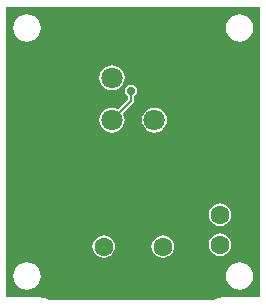
<source format=gbr>
%TF.GenerationSoftware,Altium Limited,Altium Designer,19.1.5 (86)*%
G04 Layer_Physical_Order=2*
G04 Layer_Color=16711680*
%FSLAX44Y44*%
%MOMM*%
%TF.FileFunction,Copper,L2,Bot,Signal*%
%TF.Part,Single*%
G01*
G75*
%TA.AperFunction,Conductor*%
%ADD19C,0.2000*%
%TA.AperFunction,ComponentPad*%
%ADD24R,1.8000X1.8000*%
%ADD25C,1.8000*%
%ADD26R,1.6000X1.6000*%
%ADD27C,1.6000*%
%ADD28R,1.6000X1.6000*%
%TA.AperFunction,ViaPad*%
%ADD29C,0.7000*%
G36*
X107410Y-122410D02*
X88780D01*
X78780Y-122410D01*
X78717Y-122423D01*
X78653Y-122414D01*
X76693Y-122510D01*
X76506Y-122556D01*
X76315D01*
X72469Y-123321D01*
X72233Y-123419D01*
X71983Y-123469D01*
X68361Y-124969D01*
X68315Y-125000D01*
X-71405D01*
X-71451Y-124969D01*
X-75073Y-123469D01*
X-75324Y-123419D01*
X-75559Y-123321D01*
X-79405Y-122556D01*
X-79596D01*
X-79783Y-122510D01*
X-81743Y-122414D01*
X-81807Y-122423D01*
X-81870Y-122410D01*
X-91870D01*
X-107410Y-122410D01*
X-107410Y122410D01*
X107410D01*
X107410Y-122410D01*
D02*
G37*
%LPC*%
G36*
X90000Y116599D02*
X86998Y116204D01*
X84200Y115045D01*
X81798Y113202D01*
X79955Y110800D01*
X78796Y108002D01*
X78401Y105000D01*
X78796Y101998D01*
X79955Y99200D01*
X81798Y96798D01*
X84200Y94955D01*
X86998Y93796D01*
X90000Y93401D01*
X93002Y93796D01*
X95800Y94955D01*
X98202Y96798D01*
X100045Y99200D01*
X101204Y101998D01*
X101599Y105000D01*
X101204Y108002D01*
X100045Y110800D01*
X98202Y113202D01*
X95800Y115045D01*
X93002Y116204D01*
X90000Y116599D01*
D02*
G37*
G36*
X-90000D02*
X-93002Y116204D01*
X-95800Y115045D01*
X-98202Y113202D01*
X-100045Y110800D01*
X-101204Y108002D01*
X-101599Y105000D01*
X-101204Y101998D01*
X-100045Y99200D01*
X-98202Y96798D01*
X-95800Y94955D01*
X-93002Y93796D01*
X-90000Y93401D01*
X-86998Y93796D01*
X-84200Y94955D01*
X-81798Y96798D01*
X-79955Y99200D01*
X-78796Y101998D01*
X-78401Y105000D01*
X-78796Y108002D01*
X-79955Y110800D01*
X-81798Y113202D01*
X-84200Y115045D01*
X-86998Y116204D01*
X-90000Y116599D01*
D02*
G37*
G36*
X-17960Y73551D02*
X-20701Y73190D01*
X-23256Y72132D01*
X-25449Y70449D01*
X-27132Y68256D01*
X-28190Y65701D01*
X-28551Y62960D01*
X-28190Y60219D01*
X-27132Y57665D01*
X-25449Y55472D01*
X-23256Y53789D01*
X-20701Y52731D01*
X-17960Y52370D01*
X-15219Y52731D01*
X-12665Y53789D01*
X-10472Y55472D01*
X-8789Y57665D01*
X-7731Y60219D01*
X-7370Y62960D01*
X-7731Y65701D01*
X-8789Y68256D01*
X-10472Y70449D01*
X-12665Y72132D01*
X-15219Y73190D01*
X-17960Y73551D01*
D02*
G37*
G36*
X-1915Y57098D02*
X-3866Y56710D01*
X-5520Y55605D01*
X-6625Y53951D01*
X-7013Y52000D01*
X-6625Y50049D01*
X-5520Y48395D01*
X-4464Y47690D01*
Y44141D01*
X-12511Y36093D01*
X-12665Y36211D01*
X-15219Y37269D01*
X-17960Y37630D01*
X-20701Y37269D01*
X-23256Y36211D01*
X-25449Y34528D01*
X-27132Y32335D01*
X-28190Y29781D01*
X-28551Y27040D01*
X-28190Y24299D01*
X-27132Y21744D01*
X-25449Y19551D01*
X-23256Y17868D01*
X-20701Y16810D01*
X-17960Y16449D01*
X-15219Y16810D01*
X-12665Y17868D01*
X-10472Y19551D01*
X-8789Y21744D01*
X-7731Y24299D01*
X-7370Y27040D01*
X-7731Y29781D01*
X-8789Y32335D01*
X-8907Y32489D01*
X-113Y41282D01*
X440Y42109D01*
X634Y43085D01*
Y47690D01*
X1690Y48395D01*
X2795Y50049D01*
X3183Y52000D01*
X2795Y53951D01*
X1690Y55605D01*
X36Y56710D01*
X-1915Y57098D01*
D02*
G37*
G36*
X17960Y37630D02*
X15219Y37269D01*
X12665Y36211D01*
X10472Y34528D01*
X8789Y32335D01*
X7731Y29781D01*
X7370Y27040D01*
X7731Y24299D01*
X8789Y21744D01*
X10472Y19551D01*
X12665Y17868D01*
X15219Y16810D01*
X17960Y16449D01*
X20701Y16810D01*
X23256Y17868D01*
X25449Y19551D01*
X27132Y21744D01*
X28190Y24299D01*
X28551Y27040D01*
X28190Y29781D01*
X27132Y32335D01*
X25449Y34528D01*
X23256Y36211D01*
X20701Y37269D01*
X17960Y37630D01*
D02*
G37*
G36*
X73500Y-43418D02*
X71020Y-43745D01*
X68709Y-44702D01*
X66725Y-46224D01*
X65202Y-48209D01*
X64245Y-50520D01*
X63918Y-53000D01*
X64245Y-55480D01*
X65202Y-57791D01*
X66725Y-59775D01*
X68709Y-61298D01*
X71020Y-62256D01*
X73500Y-62582D01*
X75980Y-62256D01*
X78291Y-61298D01*
X80275Y-59775D01*
X81798Y-57791D01*
X82755Y-55480D01*
X83082Y-53000D01*
X82755Y-50520D01*
X81798Y-48209D01*
X80275Y-46224D01*
X78291Y-44702D01*
X75980Y-43745D01*
X73500Y-43418D01*
D02*
G37*
G36*
Y-68818D02*
X71020Y-69145D01*
X68709Y-70102D01*
X66725Y-71624D01*
X65202Y-73609D01*
X64245Y-75920D01*
X63918Y-78400D01*
X64245Y-80880D01*
X65202Y-83191D01*
X66725Y-85175D01*
X68709Y-86698D01*
X71020Y-87655D01*
X73500Y-87982D01*
X75980Y-87655D01*
X78291Y-86698D01*
X80275Y-85175D01*
X81798Y-83191D01*
X82755Y-80880D01*
X83082Y-78400D01*
X82755Y-75920D01*
X81798Y-73609D01*
X80275Y-71624D01*
X78291Y-70102D01*
X75980Y-69145D01*
X73500Y-68818D01*
D02*
G37*
G36*
X25000Y-70418D02*
X22520Y-70745D01*
X20209Y-71702D01*
X18225Y-73225D01*
X16702Y-75209D01*
X15745Y-77520D01*
X15418Y-80000D01*
X15745Y-82480D01*
X16702Y-84791D01*
X18225Y-86775D01*
X20209Y-88298D01*
X22520Y-89255D01*
X25000Y-89582D01*
X27480Y-89255D01*
X29791Y-88298D01*
X31776Y-86775D01*
X33298Y-84791D01*
X34255Y-82480D01*
X34582Y-80000D01*
X34255Y-77520D01*
X33298Y-75209D01*
X31776Y-73225D01*
X29791Y-71702D01*
X27480Y-70745D01*
X25000Y-70418D01*
D02*
G37*
G36*
X-25000D02*
X-27480Y-70745D01*
X-29791Y-71702D01*
X-31776Y-73225D01*
X-33298Y-75209D01*
X-34255Y-77520D01*
X-34582Y-80000D01*
X-34255Y-82480D01*
X-33298Y-84791D01*
X-31776Y-86775D01*
X-29791Y-88298D01*
X-27480Y-89255D01*
X-25000Y-89582D01*
X-22520Y-89255D01*
X-20209Y-88298D01*
X-18225Y-86775D01*
X-16702Y-84791D01*
X-15745Y-82480D01*
X-15418Y-80000D01*
X-15745Y-77520D01*
X-16702Y-75209D01*
X-18225Y-73225D01*
X-20209Y-71702D01*
X-22520Y-70745D01*
X-25000Y-70418D01*
D02*
G37*
G36*
X90000Y-93401D02*
X86998Y-93796D01*
X84200Y-94955D01*
X81798Y-96798D01*
X79955Y-99200D01*
X78796Y-101998D01*
X78401Y-105000D01*
X78796Y-108002D01*
X79955Y-110800D01*
X81798Y-113202D01*
X84200Y-115045D01*
X86998Y-116204D01*
X90000Y-116599D01*
X93002Y-116204D01*
X95800Y-115045D01*
X98202Y-113202D01*
X100045Y-110800D01*
X101204Y-108002D01*
X101599Y-105000D01*
X101204Y-101998D01*
X100045Y-99200D01*
X98202Y-96798D01*
X95800Y-94955D01*
X93002Y-93796D01*
X90000Y-93401D01*
D02*
G37*
G36*
X-90000D02*
X-93002Y-93796D01*
X-95800Y-94955D01*
X-98202Y-96798D01*
X-100045Y-99200D01*
X-101204Y-101998D01*
X-101599Y-105000D01*
X-101204Y-108002D01*
X-100045Y-110800D01*
X-98202Y-113202D01*
X-95800Y-115045D01*
X-93002Y-116204D01*
X-90000Y-116599D01*
X-86998Y-116204D01*
X-84200Y-115045D01*
X-81798Y-113202D01*
X-79955Y-110800D01*
X-78796Y-108002D01*
X-78401Y-105000D01*
X-78796Y-101998D01*
X-79955Y-99200D01*
X-81798Y-96798D01*
X-84200Y-94955D01*
X-86998Y-93796D01*
X-90000Y-93401D01*
D02*
G37*
%LPD*%
D19*
X-1915Y43085D02*
Y52000D01*
X-17960Y27040D02*
X-1915Y43085D01*
D24*
X17960Y62960D02*
D03*
D25*
X-17960D02*
D03*
Y27040D02*
D03*
X17960D02*
D03*
D26*
X73500Y-27600D02*
D03*
D27*
Y-53000D02*
D03*
Y-78400D02*
D03*
X25000Y-80000D02*
D03*
Y-30000D02*
D03*
X-25000Y-80000D02*
D03*
D28*
Y-30000D02*
D03*
D29*
X-1915Y52000D02*
D03*
X92750Y80000D02*
D03*
X-56555Y-67250D02*
D03*
X-35000Y103000D02*
D03*
X35000D02*
D03*
X-39645Y-110000D02*
D03*
%TF.MD5,7ac24f92f0e337ad23b319d2f81a14c8*%
M02*

</source>
